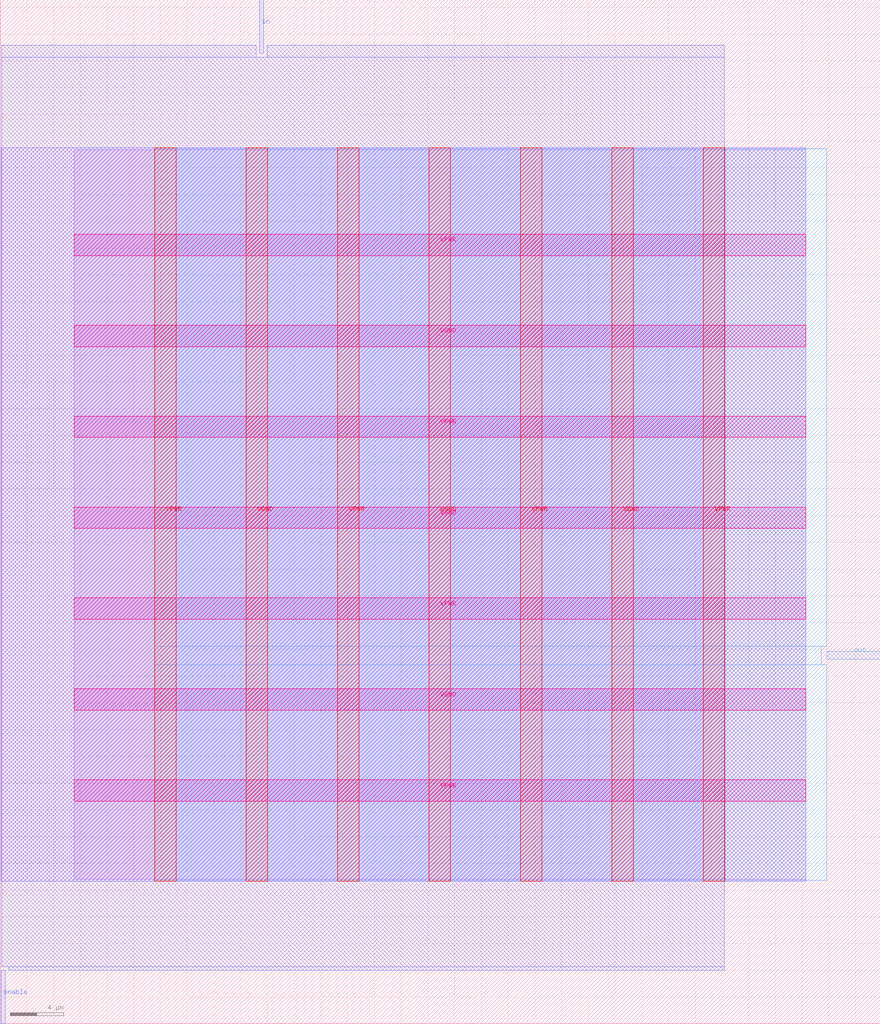
<source format=lef>
VERSION 5.7 ;
  NOWIREEXTENSIONATPIN ON ;
  DIVIDERCHAR "/" ;
  BUSBITCHARS "[]" ;
MACRO tri_state_buffer
  CLASS BLOCK ;
  FOREIGN tri_state_buffer ;
  ORIGIN 0.000 0.000 ;
  SIZE 65.840 BY 76.560 ;
  PIN VGND
    DIRECTION INPUT ;
    USE GROUND ;
    PORT
      LAYER met5 ;
        RECT 5.520 23.440 60.260 25.040 ;
    END
    PORT
      LAYER met5 ;
        RECT 5.520 37.040 60.260 38.640 ;
    END
    PORT
      LAYER met5 ;
        RECT 5.520 50.640 60.260 52.240 ;
    END
    PORT
      LAYER met4 ;
        RECT 18.405 10.640 20.005 65.520 ;
    END
    PORT
      LAYER met4 ;
        RECT 32.090 10.640 33.690 65.520 ;
    END
    PORT
      LAYER met4 ;
        RECT 45.775 10.640 47.375 65.520 ;
    END
  END VGND
  PIN VPWR
    DIRECTION INPUT ;
    USE POWER ;
    PORT
      LAYER met5 ;
        RECT 5.520 16.640 60.260 18.240 ;
    END
    PORT
      LAYER met5 ;
        RECT 5.520 30.240 60.260 31.840 ;
    END
    PORT
      LAYER met5 ;
        RECT 5.520 43.840 60.260 45.440 ;
    END
    PORT
      LAYER met5 ;
        RECT 5.520 57.440 60.260 59.040 ;
    END
    PORT
      LAYER met4 ;
        RECT 11.560 10.640 13.160 65.520 ;
    END
    PORT
      LAYER met4 ;
        RECT 25.245 10.640 26.845 65.520 ;
    END
    PORT
      LAYER met4 ;
        RECT 38.930 10.640 40.530 65.520 ;
    END
    PORT
      LAYER met4 ;
        RECT 52.615 10.640 54.215 65.520 ;
    END
  END VPWR
  PIN enable
    DIRECTION INPUT ;
    USE SIGNAL ;
    PORT
      LAYER met2 ;
        RECT 0.090 0.000 0.370 4.000 ;
    END
  END enable
  PIN in
    DIRECTION INPUT ;
    USE SIGNAL ;
    PORT
      LAYER met2 ;
        RECT 19.410 72.560 19.690 76.560 ;
    END
  END in
  PIN out
    DIRECTION OUTPUT TRISTATE ;
    USE SIGNAL ;
    PORT
      LAYER met3 ;
        RECT 61.840 27.240 65.840 27.840 ;
    END
  END out
  OBS
      LAYER li1 ;
        RECT 5.520 10.795 60.260 65.365 ;
      LAYER met1 ;
        RECT 0.070 10.640 60.260 65.520 ;
      LAYER met2 ;
        RECT 0.100 72.280 19.130 73.170 ;
        RECT 19.970 72.280 54.185 73.170 ;
        RECT 0.100 4.280 54.185 72.280 ;
        RECT 0.650 4.000 54.185 4.280 ;
      LAYER met3 ;
        RECT 11.560 28.240 61.840 65.445 ;
        RECT 11.560 26.840 61.440 28.240 ;
        RECT 11.560 10.715 61.840 26.840 ;
  END
END tri_state_buffer
END LIBRARY


</source>
